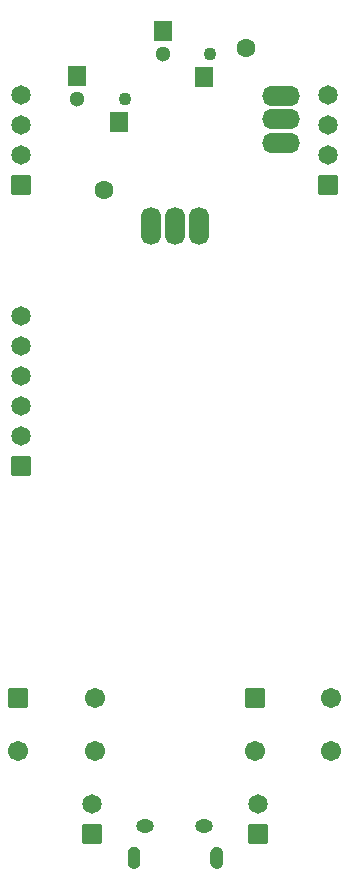
<source format=gbr>
%TF.GenerationSoftware,KiCad,Pcbnew,8.0.2*%
%TF.CreationDate,2024-06-27T22:03:59-04:00*%
%TF.ProjectId,HackerMouseProject,4861636b-6572-44d6-9f75-736550726f6a,rev?*%
%TF.SameCoordinates,Original*%
%TF.FileFunction,Soldermask,Bot*%
%TF.FilePolarity,Negative*%
%FSLAX46Y46*%
G04 Gerber Fmt 4.6, Leading zero omitted, Abs format (unit mm)*
G04 Created by KiCad (PCBNEW 8.0.2) date 2024-06-27 22:03:59*
%MOMM*%
%LPD*%
G01*
G04 APERTURE LIST*
G04 Aperture macros list*
%AMRoundRect*
0 Rectangle with rounded corners*
0 $1 Rounding radius*
0 $2 $3 $4 $5 $6 $7 $8 $9 X,Y pos of 4 corners*
0 Add a 4 corners polygon primitive as box body*
4,1,4,$2,$3,$4,$5,$6,$7,$8,$9,$2,$3,0*
0 Add four circle primitives for the rounded corners*
1,1,$1+$1,$2,$3*
1,1,$1+$1,$4,$5*
1,1,$1+$1,$6,$7*
1,1,$1+$1,$8,$9*
0 Add four rect primitives between the rounded corners*
20,1,$1+$1,$2,$3,$4,$5,0*
20,1,$1+$1,$4,$5,$6,$7,0*
20,1,$1+$1,$6,$7,$8,$9,0*
20,1,$1+$1,$8,$9,$2,$3,0*%
G04 Aperture macros list end*
%ADD10C,0.010000*%
%ADD11RoundRect,0.102000X0.725000X-0.725000X0.725000X0.725000X-0.725000X0.725000X-0.725000X-0.725000X0*%
%ADD12C,1.654000*%
%ADD13C,1.600000*%
%ADD14O,3.204000X1.704000*%
%ADD15O,1.704000X3.204000*%
%ADD16RoundRect,0.102000X-0.749000X-0.749000X0.749000X-0.749000X0.749000X0.749000X-0.749000X0.749000X0*%
%ADD17C,1.702000*%
%ADD18O,1.504000X1.154000*%
%ADD19C,1.100000*%
%ADD20C,1.300000*%
%ADD21RoundRect,0.102000X0.700000X0.750000X-0.700000X0.750000X-0.700000X-0.750000X0.700000X-0.750000X0*%
G04 APERTURE END LIST*
D10*
%TO.C,J1*%
X171526000Y-105876000D02*
X171551000Y-105878000D01*
X171576000Y-105881000D01*
X171601000Y-105886000D01*
X171626000Y-105892000D01*
X171651000Y-105899000D01*
X171675000Y-105907000D01*
X171698000Y-105917000D01*
X171721000Y-105928000D01*
X171744000Y-105940000D01*
X171766000Y-105954000D01*
X171787000Y-105968000D01*
X171807000Y-105984000D01*
X171826000Y-106000000D01*
X171845000Y-106018000D01*
X171862000Y-106036000D01*
X171879000Y-106056000D01*
X171894000Y-106076000D01*
X171909000Y-106097000D01*
X171922000Y-106119000D01*
X171934000Y-106141000D01*
X171945000Y-106164000D01*
X171955000Y-106188000D01*
X171964000Y-106212000D01*
X171971000Y-106236000D01*
X171977000Y-106261000D01*
X171981000Y-106286000D01*
X171985000Y-106312000D01*
X171987000Y-106337000D01*
X171987000Y-106362000D01*
X171987500Y-106362500D01*
X171987000Y-107138000D01*
X171987000Y-107163000D01*
X171985000Y-107188000D01*
X171981000Y-107214000D01*
X171977000Y-107239000D01*
X171971000Y-107264000D01*
X171964000Y-107288000D01*
X171955000Y-107312000D01*
X171945000Y-107336000D01*
X171934000Y-107359000D01*
X171922000Y-107381000D01*
X171909000Y-107403000D01*
X171894000Y-107424000D01*
X171879000Y-107444000D01*
X171862000Y-107464000D01*
X171845000Y-107482000D01*
X171826000Y-107500000D01*
X171807000Y-107516000D01*
X171787000Y-107532000D01*
X171766000Y-107546000D01*
X171744000Y-107560000D01*
X171721000Y-107572000D01*
X171698000Y-107583000D01*
X171675000Y-107593000D01*
X171651000Y-107601000D01*
X171626000Y-107608000D01*
X171601000Y-107614000D01*
X171576000Y-107619000D01*
X171551000Y-107622000D01*
X171526000Y-107624000D01*
X171500000Y-107625000D01*
X171474000Y-107624000D01*
X171449000Y-107622000D01*
X171424000Y-107619000D01*
X171399000Y-107614000D01*
X171374000Y-107608000D01*
X171349000Y-107601000D01*
X171325000Y-107593000D01*
X171302000Y-107583000D01*
X171279000Y-107572000D01*
X171256000Y-107560000D01*
X171234000Y-107546000D01*
X171213000Y-107532000D01*
X171193000Y-107516000D01*
X171174000Y-107500000D01*
X171155000Y-107482000D01*
X171138000Y-107464000D01*
X171121000Y-107444000D01*
X171106000Y-107424000D01*
X171091000Y-107403000D01*
X171078000Y-107381000D01*
X171066000Y-107359000D01*
X171055000Y-107336000D01*
X171045000Y-107312000D01*
X171036000Y-107288000D01*
X171029000Y-107264000D01*
X171023000Y-107239000D01*
X171019000Y-107214000D01*
X171015000Y-107188000D01*
X171013000Y-107163000D01*
X171013000Y-107138000D01*
X171013000Y-106362000D01*
X171013000Y-106337000D01*
X171015000Y-106312000D01*
X171019000Y-106286000D01*
X171023000Y-106261000D01*
X171029000Y-106236000D01*
X171036000Y-106212000D01*
X171045000Y-106188000D01*
X171055000Y-106164000D01*
X171066000Y-106141000D01*
X171078000Y-106119000D01*
X171091000Y-106097000D01*
X171106000Y-106076000D01*
X171121000Y-106056000D01*
X171138000Y-106036000D01*
X171155000Y-106018000D01*
X171174000Y-106000000D01*
X171193000Y-105984000D01*
X171213000Y-105968000D01*
X171234000Y-105954000D01*
X171256000Y-105940000D01*
X171279000Y-105928000D01*
X171302000Y-105917000D01*
X171325000Y-105907000D01*
X171349000Y-105899000D01*
X171374000Y-105892000D01*
X171399000Y-105886000D01*
X171424000Y-105881000D01*
X171449000Y-105878000D01*
X171474000Y-105876000D01*
X171500000Y-105875000D01*
X171526000Y-105876000D01*
G36*
X171526000Y-105876000D02*
G01*
X171551000Y-105878000D01*
X171576000Y-105881000D01*
X171601000Y-105886000D01*
X171626000Y-105892000D01*
X171651000Y-105899000D01*
X171675000Y-105907000D01*
X171698000Y-105917000D01*
X171721000Y-105928000D01*
X171744000Y-105940000D01*
X171766000Y-105954000D01*
X171787000Y-105968000D01*
X171807000Y-105984000D01*
X171826000Y-106000000D01*
X171845000Y-106018000D01*
X171862000Y-106036000D01*
X171879000Y-106056000D01*
X171894000Y-106076000D01*
X171909000Y-106097000D01*
X171922000Y-106119000D01*
X171934000Y-106141000D01*
X171945000Y-106164000D01*
X171955000Y-106188000D01*
X171964000Y-106212000D01*
X171971000Y-106236000D01*
X171977000Y-106261000D01*
X171981000Y-106286000D01*
X171985000Y-106312000D01*
X171987000Y-106337000D01*
X171987000Y-106362000D01*
X171987500Y-106362500D01*
X171987000Y-107138000D01*
X171987000Y-107163000D01*
X171985000Y-107188000D01*
X171981000Y-107214000D01*
X171977000Y-107239000D01*
X171971000Y-107264000D01*
X171964000Y-107288000D01*
X171955000Y-107312000D01*
X171945000Y-107336000D01*
X171934000Y-107359000D01*
X171922000Y-107381000D01*
X171909000Y-107403000D01*
X171894000Y-107424000D01*
X171879000Y-107444000D01*
X171862000Y-107464000D01*
X171845000Y-107482000D01*
X171826000Y-107500000D01*
X171807000Y-107516000D01*
X171787000Y-107532000D01*
X171766000Y-107546000D01*
X171744000Y-107560000D01*
X171721000Y-107572000D01*
X171698000Y-107583000D01*
X171675000Y-107593000D01*
X171651000Y-107601000D01*
X171626000Y-107608000D01*
X171601000Y-107614000D01*
X171576000Y-107619000D01*
X171551000Y-107622000D01*
X171526000Y-107624000D01*
X171500000Y-107625000D01*
X171474000Y-107624000D01*
X171449000Y-107622000D01*
X171424000Y-107619000D01*
X171399000Y-107614000D01*
X171374000Y-107608000D01*
X171349000Y-107601000D01*
X171325000Y-107593000D01*
X171302000Y-107583000D01*
X171279000Y-107572000D01*
X171256000Y-107560000D01*
X171234000Y-107546000D01*
X171213000Y-107532000D01*
X171193000Y-107516000D01*
X171174000Y-107500000D01*
X171155000Y-107482000D01*
X171138000Y-107464000D01*
X171121000Y-107444000D01*
X171106000Y-107424000D01*
X171091000Y-107403000D01*
X171078000Y-107381000D01*
X171066000Y-107359000D01*
X171055000Y-107336000D01*
X171045000Y-107312000D01*
X171036000Y-107288000D01*
X171029000Y-107264000D01*
X171023000Y-107239000D01*
X171019000Y-107214000D01*
X171015000Y-107188000D01*
X171013000Y-107163000D01*
X171013000Y-107138000D01*
X171013000Y-106362000D01*
X171013000Y-106337000D01*
X171015000Y-106312000D01*
X171019000Y-106286000D01*
X171023000Y-106261000D01*
X171029000Y-106236000D01*
X171036000Y-106212000D01*
X171045000Y-106188000D01*
X171055000Y-106164000D01*
X171066000Y-106141000D01*
X171078000Y-106119000D01*
X171091000Y-106097000D01*
X171106000Y-106076000D01*
X171121000Y-106056000D01*
X171138000Y-106036000D01*
X171155000Y-106018000D01*
X171174000Y-106000000D01*
X171193000Y-105984000D01*
X171213000Y-105968000D01*
X171234000Y-105954000D01*
X171256000Y-105940000D01*
X171279000Y-105928000D01*
X171302000Y-105917000D01*
X171325000Y-105907000D01*
X171349000Y-105899000D01*
X171374000Y-105892000D01*
X171399000Y-105886000D01*
X171424000Y-105881000D01*
X171449000Y-105878000D01*
X171474000Y-105876000D01*
X171500000Y-105875000D01*
X171526000Y-105876000D01*
G37*
X178526000Y-105876000D02*
X178551000Y-105878000D01*
X178576000Y-105881000D01*
X178601000Y-105886000D01*
X178626000Y-105892000D01*
X178651000Y-105899000D01*
X178675000Y-105907000D01*
X178698000Y-105917000D01*
X178721000Y-105928000D01*
X178744000Y-105940000D01*
X178766000Y-105954000D01*
X178787000Y-105968000D01*
X178807000Y-105984000D01*
X178826000Y-106000000D01*
X178845000Y-106018000D01*
X178862000Y-106036000D01*
X178879000Y-106056000D01*
X178894000Y-106076000D01*
X178909000Y-106097000D01*
X178922000Y-106119000D01*
X178934000Y-106141000D01*
X178945000Y-106164000D01*
X178955000Y-106188000D01*
X178964000Y-106212000D01*
X178971000Y-106236000D01*
X178977000Y-106261000D01*
X178981000Y-106286000D01*
X178985000Y-106312000D01*
X178987000Y-106337000D01*
X178987000Y-106362000D01*
X178987500Y-106362500D01*
X178987000Y-107138000D01*
X178987000Y-107163000D01*
X178985000Y-107188000D01*
X178981000Y-107214000D01*
X178977000Y-107239000D01*
X178971000Y-107264000D01*
X178964000Y-107288000D01*
X178955000Y-107312000D01*
X178945000Y-107336000D01*
X178934000Y-107359000D01*
X178922000Y-107381000D01*
X178909000Y-107403000D01*
X178894000Y-107424000D01*
X178879000Y-107444000D01*
X178862000Y-107464000D01*
X178845000Y-107482000D01*
X178826000Y-107500000D01*
X178807000Y-107516000D01*
X178787000Y-107532000D01*
X178766000Y-107546000D01*
X178744000Y-107560000D01*
X178721000Y-107572000D01*
X178698000Y-107583000D01*
X178675000Y-107593000D01*
X178651000Y-107601000D01*
X178626000Y-107608000D01*
X178601000Y-107614000D01*
X178576000Y-107619000D01*
X178551000Y-107622000D01*
X178526000Y-107624000D01*
X178500000Y-107625000D01*
X178474000Y-107624000D01*
X178449000Y-107622000D01*
X178424000Y-107619000D01*
X178399000Y-107614000D01*
X178374000Y-107608000D01*
X178349000Y-107601000D01*
X178325000Y-107593000D01*
X178302000Y-107583000D01*
X178279000Y-107572000D01*
X178256000Y-107560000D01*
X178234000Y-107546000D01*
X178213000Y-107532000D01*
X178193000Y-107516000D01*
X178174000Y-107500000D01*
X178155000Y-107482000D01*
X178138000Y-107464000D01*
X178121000Y-107444000D01*
X178106000Y-107424000D01*
X178091000Y-107403000D01*
X178078000Y-107381000D01*
X178066000Y-107359000D01*
X178055000Y-107336000D01*
X178045000Y-107312000D01*
X178036000Y-107288000D01*
X178029000Y-107264000D01*
X178023000Y-107239000D01*
X178019000Y-107214000D01*
X178015000Y-107188000D01*
X178013000Y-107163000D01*
X178013000Y-107138000D01*
X178013000Y-106362000D01*
X178013000Y-106337000D01*
X178015000Y-106312000D01*
X178019000Y-106286000D01*
X178023000Y-106261000D01*
X178029000Y-106236000D01*
X178036000Y-106212000D01*
X178045000Y-106188000D01*
X178055000Y-106164000D01*
X178066000Y-106141000D01*
X178078000Y-106119000D01*
X178091000Y-106097000D01*
X178106000Y-106076000D01*
X178121000Y-106056000D01*
X178138000Y-106036000D01*
X178155000Y-106018000D01*
X178174000Y-106000000D01*
X178193000Y-105984000D01*
X178213000Y-105968000D01*
X178234000Y-105954000D01*
X178256000Y-105940000D01*
X178279000Y-105928000D01*
X178302000Y-105917000D01*
X178325000Y-105907000D01*
X178349000Y-105899000D01*
X178374000Y-105892000D01*
X178399000Y-105886000D01*
X178424000Y-105881000D01*
X178449000Y-105878000D01*
X178474000Y-105876000D01*
X178500000Y-105875000D01*
X178526000Y-105876000D01*
G36*
X178526000Y-105876000D02*
G01*
X178551000Y-105878000D01*
X178576000Y-105881000D01*
X178601000Y-105886000D01*
X178626000Y-105892000D01*
X178651000Y-105899000D01*
X178675000Y-105907000D01*
X178698000Y-105917000D01*
X178721000Y-105928000D01*
X178744000Y-105940000D01*
X178766000Y-105954000D01*
X178787000Y-105968000D01*
X178807000Y-105984000D01*
X178826000Y-106000000D01*
X178845000Y-106018000D01*
X178862000Y-106036000D01*
X178879000Y-106056000D01*
X178894000Y-106076000D01*
X178909000Y-106097000D01*
X178922000Y-106119000D01*
X178934000Y-106141000D01*
X178945000Y-106164000D01*
X178955000Y-106188000D01*
X178964000Y-106212000D01*
X178971000Y-106236000D01*
X178977000Y-106261000D01*
X178981000Y-106286000D01*
X178985000Y-106312000D01*
X178987000Y-106337000D01*
X178987000Y-106362000D01*
X178987500Y-106362500D01*
X178987000Y-107138000D01*
X178987000Y-107163000D01*
X178985000Y-107188000D01*
X178981000Y-107214000D01*
X178977000Y-107239000D01*
X178971000Y-107264000D01*
X178964000Y-107288000D01*
X178955000Y-107312000D01*
X178945000Y-107336000D01*
X178934000Y-107359000D01*
X178922000Y-107381000D01*
X178909000Y-107403000D01*
X178894000Y-107424000D01*
X178879000Y-107444000D01*
X178862000Y-107464000D01*
X178845000Y-107482000D01*
X178826000Y-107500000D01*
X178807000Y-107516000D01*
X178787000Y-107532000D01*
X178766000Y-107546000D01*
X178744000Y-107560000D01*
X178721000Y-107572000D01*
X178698000Y-107583000D01*
X178675000Y-107593000D01*
X178651000Y-107601000D01*
X178626000Y-107608000D01*
X178601000Y-107614000D01*
X178576000Y-107619000D01*
X178551000Y-107622000D01*
X178526000Y-107624000D01*
X178500000Y-107625000D01*
X178474000Y-107624000D01*
X178449000Y-107622000D01*
X178424000Y-107619000D01*
X178399000Y-107614000D01*
X178374000Y-107608000D01*
X178349000Y-107601000D01*
X178325000Y-107593000D01*
X178302000Y-107583000D01*
X178279000Y-107572000D01*
X178256000Y-107560000D01*
X178234000Y-107546000D01*
X178213000Y-107532000D01*
X178193000Y-107516000D01*
X178174000Y-107500000D01*
X178155000Y-107482000D01*
X178138000Y-107464000D01*
X178121000Y-107444000D01*
X178106000Y-107424000D01*
X178091000Y-107403000D01*
X178078000Y-107381000D01*
X178066000Y-107359000D01*
X178055000Y-107336000D01*
X178045000Y-107312000D01*
X178036000Y-107288000D01*
X178029000Y-107264000D01*
X178023000Y-107239000D01*
X178019000Y-107214000D01*
X178015000Y-107188000D01*
X178013000Y-107163000D01*
X178013000Y-107138000D01*
X178013000Y-106362000D01*
X178013000Y-106337000D01*
X178015000Y-106312000D01*
X178019000Y-106286000D01*
X178023000Y-106261000D01*
X178029000Y-106236000D01*
X178036000Y-106212000D01*
X178045000Y-106188000D01*
X178055000Y-106164000D01*
X178066000Y-106141000D01*
X178078000Y-106119000D01*
X178091000Y-106097000D01*
X178106000Y-106076000D01*
X178121000Y-106056000D01*
X178138000Y-106036000D01*
X178155000Y-106018000D01*
X178174000Y-106000000D01*
X178193000Y-105984000D01*
X178213000Y-105968000D01*
X178234000Y-105954000D01*
X178256000Y-105940000D01*
X178279000Y-105928000D01*
X178302000Y-105917000D01*
X178325000Y-105907000D01*
X178349000Y-105899000D01*
X178374000Y-105892000D01*
X178399000Y-105886000D01*
X178424000Y-105881000D01*
X178449000Y-105878000D01*
X178474000Y-105876000D01*
X178500000Y-105875000D01*
X178526000Y-105876000D01*
G37*
%TD*%
D11*
%TO.C,J6*%
X168000000Y-104770000D03*
D12*
X168000000Y-102230000D03*
%TD*%
D13*
%TO.C,S1*%
X169000000Y-50250000D03*
X181000000Y-38250000D03*
D14*
X184000000Y-44250000D03*
X184000000Y-46250000D03*
X184000000Y-42250000D03*
D15*
X175000000Y-53250000D03*
X177000000Y-53250000D03*
X173000000Y-53250000D03*
%TD*%
D11*
%TO.C,J5*%
X162000000Y-49810000D03*
D12*
X162000000Y-47270000D03*
X162000000Y-44730000D03*
X162000000Y-42190000D03*
%TD*%
D16*
%TO.C,SW3*%
X161750000Y-93250000D03*
D17*
X168250000Y-93250000D03*
X161750000Y-97750000D03*
X168250000Y-97750000D03*
%TD*%
D11*
%TO.C,J4*%
X188000000Y-49810000D03*
D12*
X188000000Y-47270000D03*
X188000000Y-44730000D03*
X188000000Y-42190000D03*
%TD*%
D16*
%TO.C,SW1*%
X181750000Y-93250000D03*
D17*
X188250000Y-93250000D03*
X181750000Y-97750000D03*
X188250000Y-97750000D03*
%TD*%
D18*
%TO.C,J1*%
X172500000Y-104050000D03*
X177500000Y-104050000D03*
%TD*%
D11*
%TO.C,J2*%
X182000000Y-104770000D03*
D12*
X182000000Y-102230000D03*
%TD*%
D11*
%TO.C,J3*%
X162000000Y-73650000D03*
D12*
X162000000Y-71110000D03*
X162000000Y-68570000D03*
X162000000Y-66030000D03*
X162000000Y-63490000D03*
X162000000Y-60950000D03*
%TD*%
D19*
%TO.C,S2*%
X178000000Y-38750000D03*
D20*
X174000000Y-38750000D03*
D21*
X174000000Y-36800000D03*
X177500000Y-40700000D03*
%TD*%
D19*
%TO.C,S3*%
X170750000Y-42500000D03*
D20*
X166750000Y-42500000D03*
D21*
X166750000Y-40550000D03*
X170250000Y-44450000D03*
%TD*%
M02*

</source>
